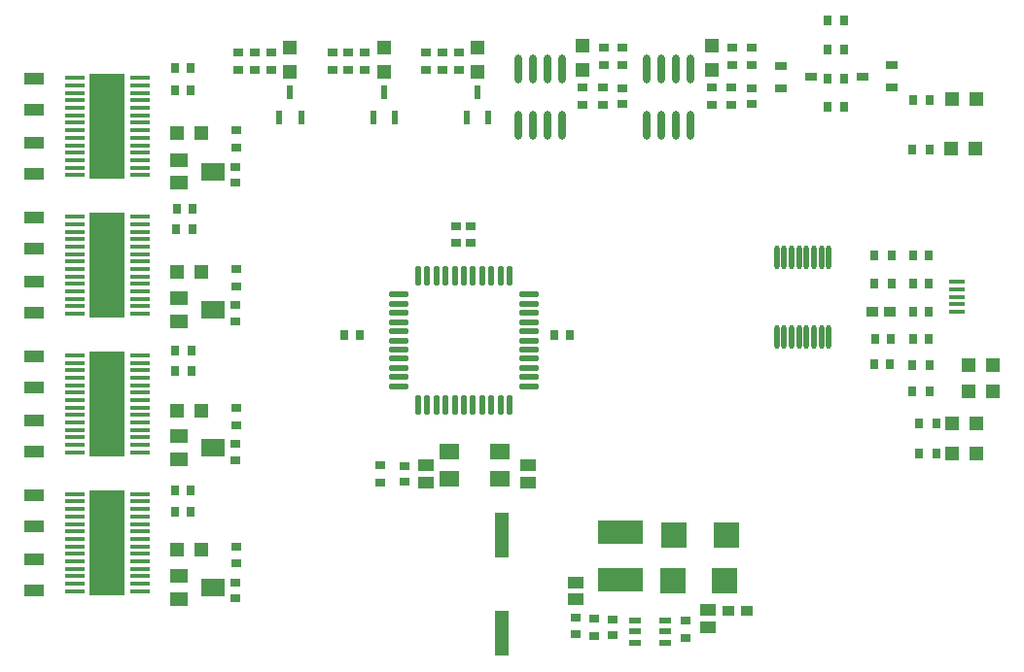
<source format=gtp>
%FSLAX25Y25*%
%MOIN*%
G70*
G01*
G75*
G04 Layer_Color=8421504*
%ADD10R,0.04724X0.04724*%
%ADD11R,0.02756X0.03543*%
%ADD12R,0.03543X0.02756*%
%ADD13R,0.05512X0.04331*%
%ADD14O,0.01772X0.08268*%
%ADD15R,0.03937X0.03543*%
%ADD16R,0.03150X0.03543*%
%ADD17R,0.02362X0.04528*%
%ADD18R,0.04724X0.04724*%
%ADD19R,0.06693X0.01378*%
%ADD20R,0.12205X0.36142*%
%ADD21O,0.02756X0.09843*%
%ADD22R,0.06693X0.04331*%
%ADD23R,0.06299X0.04724*%
%ADD24R,0.07874X0.06299*%
%ADD25R,0.15748X0.08268*%
%ADD26R,0.09055X0.09055*%
%ADD27R,0.03543X0.03150*%
%ADD28R,0.04331X0.03150*%
%ADD29R,0.03937X0.02480*%
%ADD30R,0.05118X0.15748*%
%ADD31R,0.05315X0.01575*%
%ADD32R,0.07087X0.05512*%
%ADD33O,0.02165X0.06890*%
%ADD34O,0.06890X0.02165*%
%ADD35C,0.01500*%
%ADD36C,0.01000*%
%ADD37C,0.00800*%
%ADD38R,0.07874X0.05906*%
%ADD39R,0.07874X0.04921*%
%ADD40R,0.05906X0.05906*%
%ADD41C,0.05906*%
%ADD42C,0.19685*%
%ADD43C,0.04331*%
G04:AMPARAMS|DCode=44|XSize=157.48mil|YSize=78.74mil|CornerRadius=19.69mil|HoleSize=0mil|Usage=FLASHONLY|Rotation=0.000|XOffset=0mil|YOffset=0mil|HoleType=Round|Shape=RoundedRectangle|*
%AMROUNDEDRECTD44*
21,1,0.15748,0.03937,0,0,0.0*
21,1,0.11811,0.07874,0,0,0.0*
1,1,0.03937,0.05906,-0.01969*
1,1,0.03937,-0.05906,-0.01969*
1,1,0.03937,-0.05906,0.01969*
1,1,0.03937,0.05906,0.01969*
%
%ADD44ROUNDEDRECTD44*%
G04:AMPARAMS|DCode=45|XSize=157.48mil|YSize=78.74mil|CornerRadius=19.69mil|HoleSize=0mil|Usage=FLASHONLY|Rotation=90.000|XOffset=0mil|YOffset=0mil|HoleType=Round|Shape=RoundedRectangle|*
%AMROUNDEDRECTD45*
21,1,0.15748,0.03937,0,0,90.0*
21,1,0.11811,0.07874,0,0,90.0*
1,1,0.03937,0.01969,0.05906*
1,1,0.03937,0.01969,-0.05906*
1,1,0.03937,-0.01969,-0.05906*
1,1,0.03937,-0.01969,0.05906*
%
%ADD45ROUNDEDRECTD45*%
%ADD46R,0.05906X0.05906*%
%ADD47C,0.06299*%
%ADD48C,0.05709*%
%ADD49O,0.07480X0.04724*%
%ADD50C,0.05000*%
%ADD51C,0.03937*%
%ADD52C,0.00984*%
%ADD53C,0.02362*%
%ADD54C,0.00394*%
%ADD55C,0.00787*%
D10*
X334600Y-36800D02*
D03*
X342868D02*
D03*
X334100Y-53800D02*
D03*
X342368D02*
D03*
X68802Y-48476D02*
D03*
X77069D02*
D03*
X68802Y-191276D02*
D03*
X77069D02*
D03*
X68802Y-143676D02*
D03*
X77069D02*
D03*
X68802Y-96076D02*
D03*
X77069D02*
D03*
X340288Y-136933D02*
D03*
X348556D02*
D03*
X340288Y-128000D02*
D03*
X348556D02*
D03*
X342705Y-148000D02*
D03*
X334437D02*
D03*
X342705Y-158400D02*
D03*
X334437D02*
D03*
D11*
X321047Y-37200D02*
D03*
X326953D02*
D03*
X307800Y-90400D02*
D03*
X313705D02*
D03*
X307800Y-100000D02*
D03*
X313705D02*
D03*
X326709Y-137033D02*
D03*
X320803D02*
D03*
X326709Y-128000D02*
D03*
X320803D02*
D03*
X328990Y-148000D02*
D03*
X323084D02*
D03*
X328990Y-158400D02*
D03*
X323084D02*
D03*
X291747Y-39500D02*
D03*
X297653D02*
D03*
X297653Y-29633D02*
D03*
X291747D02*
D03*
X326853Y-54200D02*
D03*
X320947D02*
D03*
D12*
X138500Y-162547D02*
D03*
Y-168453D02*
D03*
X165340Y-20676D02*
D03*
Y-26582D02*
D03*
X133200Y-20676D02*
D03*
Y-26582D02*
D03*
X101060Y-20676D02*
D03*
Y-26582D02*
D03*
X89164Y-47524D02*
D03*
Y-53429D02*
D03*
Y-190324D02*
D03*
Y-196229D02*
D03*
Y-142724D02*
D03*
Y-148629D02*
D03*
Y-95124D02*
D03*
Y-101029D02*
D03*
X159740Y-20676D02*
D03*
Y-26582D02*
D03*
X127600Y-20676D02*
D03*
Y-26582D02*
D03*
X95460Y-20676D02*
D03*
Y-26582D02*
D03*
X154140Y-20676D02*
D03*
Y-26582D02*
D03*
X122000Y-20676D02*
D03*
Y-26582D02*
D03*
X89860Y-20676D02*
D03*
Y-26582D02*
D03*
X258880Y-32829D02*
D03*
Y-38735D02*
D03*
X214680Y-32829D02*
D03*
Y-38735D02*
D03*
X252080Y-38735D02*
D03*
Y-32829D02*
D03*
X207880Y-38735D02*
D03*
Y-32829D02*
D03*
X259280Y-24982D02*
D03*
Y-19076D02*
D03*
X215080Y-24982D02*
D03*
Y-19076D02*
D03*
X265680Y-24982D02*
D03*
Y-19076D02*
D03*
X221480Y-24982D02*
D03*
Y-19076D02*
D03*
X211686Y-215060D02*
D03*
Y-220965D02*
D03*
X205358Y-220553D02*
D03*
Y-214647D02*
D03*
X243250Y-221716D02*
D03*
Y-215811D02*
D03*
D13*
X154000Y-162450D02*
D03*
Y-168356D02*
D03*
X189200D02*
D03*
Y-162450D02*
D03*
X250958Y-218016D02*
D03*
Y-212111D02*
D03*
X205358Y-202647D02*
D03*
Y-208553D02*
D03*
D14*
X292313Y-91217D02*
D03*
X289754D02*
D03*
X287194D02*
D03*
X284635D02*
D03*
X282076D02*
D03*
X279517D02*
D03*
X276958D02*
D03*
X274399D02*
D03*
X292313Y-118383D02*
D03*
X289754D02*
D03*
X287194D02*
D03*
X284635D02*
D03*
X282076D02*
D03*
X279517D02*
D03*
X276958D02*
D03*
X274399D02*
D03*
D15*
X313305Y-109600D02*
D03*
X307006D02*
D03*
X264150Y-212500D02*
D03*
X257850D02*
D03*
D16*
X326512Y-90400D02*
D03*
X321000D02*
D03*
X326512Y-100000D02*
D03*
X321000D02*
D03*
X326512Y-109600D02*
D03*
X321000D02*
D03*
X307997Y-119200D02*
D03*
X313509D02*
D03*
X326512Y-119200D02*
D03*
X321000D02*
D03*
X307800Y-127600D02*
D03*
X313312D02*
D03*
X73616Y-178376D02*
D03*
X68105D02*
D03*
X73817Y-129976D02*
D03*
X68305D02*
D03*
X74116Y-81276D02*
D03*
X68605D02*
D03*
X73516Y-33676D02*
D03*
X68005D02*
D03*
X68105Y-170976D02*
D03*
X73616D02*
D03*
X68305Y-122976D02*
D03*
X73817D02*
D03*
X68705Y-74476D02*
D03*
X74217D02*
D03*
X68005Y-26176D02*
D03*
X73516D02*
D03*
X198000Y-117600D02*
D03*
X203512D02*
D03*
X291944Y-19767D02*
D03*
X297456D02*
D03*
Y-9900D02*
D03*
X291944D02*
D03*
X131556Y-117600D02*
D03*
X126044D02*
D03*
D17*
X168140Y-43229D02*
D03*
X175620D02*
D03*
X171880Y-34371D02*
D03*
X136000Y-43229D02*
D03*
X143480D02*
D03*
X139740Y-34371D02*
D03*
X103860Y-43229D02*
D03*
X111340D02*
D03*
X107600Y-34371D02*
D03*
D18*
X171880Y-27468D02*
D03*
Y-19200D02*
D03*
X139740Y-27468D02*
D03*
Y-19200D02*
D03*
X107600Y-27468D02*
D03*
Y-19200D02*
D03*
X252080Y-18561D02*
D03*
Y-26829D02*
D03*
X207880Y-18561D02*
D03*
Y-26829D02*
D03*
D19*
X33743Y-172343D02*
D03*
Y-174902D02*
D03*
Y-177461D02*
D03*
Y-180020D02*
D03*
Y-182579D02*
D03*
Y-185138D02*
D03*
Y-187697D02*
D03*
Y-190256D02*
D03*
Y-192815D02*
D03*
Y-195374D02*
D03*
Y-197933D02*
D03*
Y-200492D02*
D03*
Y-203051D02*
D03*
Y-205610D02*
D03*
X56184Y-172343D02*
D03*
Y-174902D02*
D03*
Y-177461D02*
D03*
Y-180020D02*
D03*
Y-182579D02*
D03*
Y-185138D02*
D03*
Y-187697D02*
D03*
Y-190256D02*
D03*
Y-192815D02*
D03*
Y-195374D02*
D03*
Y-197933D02*
D03*
Y-200492D02*
D03*
Y-203051D02*
D03*
Y-205610D02*
D03*
X33743Y-124742D02*
D03*
Y-127302D02*
D03*
Y-129861D02*
D03*
Y-132420D02*
D03*
Y-134979D02*
D03*
Y-137538D02*
D03*
Y-140097D02*
D03*
Y-142656D02*
D03*
Y-145215D02*
D03*
Y-147774D02*
D03*
Y-150333D02*
D03*
Y-152892D02*
D03*
Y-155451D02*
D03*
Y-158010D02*
D03*
X56184Y-124742D02*
D03*
Y-127302D02*
D03*
Y-129861D02*
D03*
Y-132420D02*
D03*
Y-134979D02*
D03*
Y-137538D02*
D03*
Y-140097D02*
D03*
Y-142656D02*
D03*
Y-145215D02*
D03*
Y-147774D02*
D03*
Y-150333D02*
D03*
Y-152892D02*
D03*
Y-155451D02*
D03*
Y-158010D02*
D03*
X33743Y-77143D02*
D03*
Y-79702D02*
D03*
Y-82261D02*
D03*
Y-84820D02*
D03*
Y-87379D02*
D03*
Y-89938D02*
D03*
Y-92497D02*
D03*
Y-95056D02*
D03*
Y-97615D02*
D03*
Y-100174D02*
D03*
Y-102733D02*
D03*
Y-105292D02*
D03*
Y-107851D02*
D03*
Y-110410D02*
D03*
X56184Y-77143D02*
D03*
Y-79702D02*
D03*
Y-82261D02*
D03*
Y-84820D02*
D03*
Y-87379D02*
D03*
Y-89938D02*
D03*
Y-92497D02*
D03*
Y-95056D02*
D03*
Y-97615D02*
D03*
Y-100174D02*
D03*
Y-102733D02*
D03*
Y-105292D02*
D03*
Y-107851D02*
D03*
Y-110410D02*
D03*
X33743Y-29542D02*
D03*
Y-32102D02*
D03*
Y-34661D02*
D03*
Y-37220D02*
D03*
Y-39779D02*
D03*
Y-42338D02*
D03*
Y-44897D02*
D03*
Y-47456D02*
D03*
Y-50015D02*
D03*
Y-52574D02*
D03*
Y-55133D02*
D03*
Y-57692D02*
D03*
Y-60251D02*
D03*
Y-62810D02*
D03*
X56184Y-29542D02*
D03*
Y-32102D02*
D03*
Y-34661D02*
D03*
Y-37220D02*
D03*
Y-39779D02*
D03*
Y-42338D02*
D03*
Y-44897D02*
D03*
Y-47456D02*
D03*
Y-50015D02*
D03*
Y-52574D02*
D03*
Y-55133D02*
D03*
Y-57692D02*
D03*
Y-60251D02*
D03*
Y-62810D02*
D03*
D20*
X44964Y-188976D02*
D03*
Y-141376D02*
D03*
Y-93776D02*
D03*
Y-46176D02*
D03*
D21*
X244880Y-26429D02*
D03*
X239880D02*
D03*
X234880D02*
D03*
X229880D02*
D03*
X244880Y-45720D02*
D03*
X239880D02*
D03*
X234880D02*
D03*
X229880D02*
D03*
X200680Y-26429D02*
D03*
X195680D02*
D03*
X190680D02*
D03*
X185680D02*
D03*
X200680Y-45720D02*
D03*
X195680D02*
D03*
X190680D02*
D03*
X185680D02*
D03*
D22*
X19864Y-194661D02*
D03*
Y-205291D02*
D03*
Y-147061D02*
D03*
Y-157691D02*
D03*
Y-99461D02*
D03*
Y-110091D02*
D03*
Y-51861D02*
D03*
Y-62491D02*
D03*
X19864Y-183291D02*
D03*
Y-172661D02*
D03*
Y-135691D02*
D03*
Y-125061D02*
D03*
Y-88091D02*
D03*
Y-77461D02*
D03*
Y-40491D02*
D03*
Y-29861D02*
D03*
D23*
X69389Y-200539D02*
D03*
Y-208413D02*
D03*
Y-152539D02*
D03*
Y-160413D02*
D03*
Y-105039D02*
D03*
Y-112913D02*
D03*
Y-57639D02*
D03*
Y-65513D02*
D03*
D24*
X81200Y-204476D02*
D03*
Y-156476D02*
D03*
Y-108976D02*
D03*
Y-61576D02*
D03*
D25*
X220958Y-201868D02*
D03*
Y-185332D02*
D03*
D26*
X256508Y-202000D02*
D03*
X238791D02*
D03*
X257016Y-186400D02*
D03*
X239300D02*
D03*
D27*
X88964Y-202720D02*
D03*
Y-208232D02*
D03*
Y-155121D02*
D03*
Y-160632D02*
D03*
Y-107520D02*
D03*
Y-113032D02*
D03*
Y-59921D02*
D03*
Y-65432D02*
D03*
X218158Y-220768D02*
D03*
Y-215257D02*
D03*
X265680Y-33026D02*
D03*
Y-38538D02*
D03*
X221480Y-33026D02*
D03*
Y-38538D02*
D03*
X169556Y-85956D02*
D03*
Y-80444D02*
D03*
X164356Y-80444D02*
D03*
Y-85956D02*
D03*
X146800Y-168159D02*
D03*
Y-162647D02*
D03*
D28*
X286136Y-29236D02*
D03*
X275900Y-32976D02*
D03*
Y-25496D02*
D03*
X303664Y-28960D02*
D03*
X313900Y-25220D02*
D03*
Y-32700D02*
D03*
D29*
X236050Y-219502D02*
D03*
X225813Y-215761D02*
D03*
Y-219502D02*
D03*
Y-223242D02*
D03*
X236050D02*
D03*
Y-215761D02*
D03*
D30*
X180100Y-220032D02*
D03*
Y-186568D02*
D03*
D31*
X336205Y-109762D02*
D03*
Y-107203D02*
D03*
Y-104644D02*
D03*
Y-102085D02*
D03*
Y-99526D02*
D03*
D32*
X162139Y-167168D02*
D03*
Y-157720D02*
D03*
X179461D02*
D03*
Y-167168D02*
D03*
D33*
X151408Y-141844D02*
D03*
X154558D02*
D03*
X157707D02*
D03*
X160857D02*
D03*
X164006D02*
D03*
X167156D02*
D03*
X170306D02*
D03*
X173455D02*
D03*
X176605D02*
D03*
X179754D02*
D03*
X182904D02*
D03*
Y-97356D02*
D03*
X179754D02*
D03*
X176605D02*
D03*
X173455D02*
D03*
X170306D02*
D03*
X167156D02*
D03*
X164006D02*
D03*
X160857D02*
D03*
X157707D02*
D03*
X154558D02*
D03*
X151408D02*
D03*
D34*
X189400Y-135348D02*
D03*
Y-132198D02*
D03*
Y-129049D02*
D03*
Y-125899D02*
D03*
Y-122750D02*
D03*
Y-119600D02*
D03*
Y-116450D02*
D03*
Y-113301D02*
D03*
Y-110151D02*
D03*
Y-107002D02*
D03*
Y-103852D02*
D03*
X144912D02*
D03*
Y-107002D02*
D03*
Y-110151D02*
D03*
Y-113301D02*
D03*
Y-116450D02*
D03*
Y-119600D02*
D03*
Y-122750D02*
D03*
Y-125899D02*
D03*
Y-129049D02*
D03*
Y-132198D02*
D03*
Y-135348D02*
D03*
M02*

</source>
